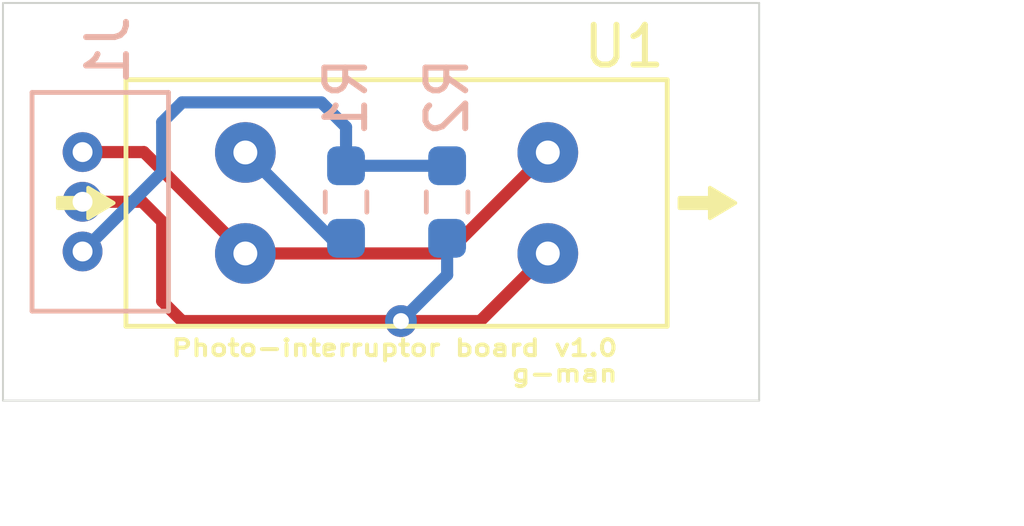
<source format=kicad_pcb>
(kicad_pcb (version 20171130) (host pcbnew "(5.1.9)-1")

  (general
    (thickness 1.6)
    (drawings 7)
    (tracks 23)
    (zones 0)
    (modules 4)
    (nets 5)
  )

  (page A4)
  (layers
    (0 F.Cu signal)
    (31 B.Cu signal)
    (32 B.Adhes user)
    (33 F.Adhes user)
    (34 B.Paste user)
    (35 F.Paste user)
    (36 B.SilkS user)
    (37 F.SilkS user)
    (38 B.Mask user)
    (39 F.Mask user)
    (40 Dwgs.User user)
    (41 Cmts.User user)
    (42 Eco1.User user)
    (43 Eco2.User user)
    (44 Edge.Cuts user)
    (45 Margin user)
    (46 B.CrtYd user)
    (47 F.CrtYd user)
    (48 B.Fab user)
    (49 F.Fab user)
  )

  (setup
    (last_trace_width 0.3048)
    (user_trace_width 0.2032)
    (user_trace_width 0.254)
    (user_trace_width 0.3048)
    (trace_clearance 0.2)
    (zone_clearance 0.508)
    (zone_45_only no)
    (trace_min 0.2)
    (via_size 0.8)
    (via_drill 0.4)
    (via_min_size 0.4)
    (via_min_drill 0.3)
    (uvia_size 0.3)
    (uvia_drill 0.1)
    (uvias_allowed no)
    (uvia_min_size 0.2)
    (uvia_min_drill 0.1)
    (edge_width 0.05)
    (segment_width 0.2)
    (pcb_text_width 0.3)
    (pcb_text_size 1.5 1.5)
    (mod_edge_width 0.12)
    (mod_text_size 1 1)
    (mod_text_width 0.15)
    (pad_size 1.524 1.524)
    (pad_drill 0.762)
    (pad_to_mask_clearance 0)
    (aux_axis_origin 0 0)
    (grid_origin 127 120)
    (visible_elements FFFFFF7F)
    (pcbplotparams
      (layerselection 0x010fc_ffffffff)
      (usegerberextensions false)
      (usegerberattributes true)
      (usegerberadvancedattributes true)
      (creategerberjobfile true)
      (excludeedgelayer true)
      (linewidth 0.100000)
      (plotframeref false)
      (viasonmask false)
      (mode 1)
      (useauxorigin false)
      (hpglpennumber 1)
      (hpglpenspeed 20)
      (hpglpendiameter 15.000000)
      (psnegative false)
      (psa4output false)
      (plotreference true)
      (plotvalue true)
      (plotinvisibletext false)
      (padsonsilk false)
      (subtractmaskfromsilk false)
      (outputformat 1)
      (mirror false)
      (drillshape 1)
      (scaleselection 1)
      (outputdirectory ""))
  )

  (net 0 "")
  (net 1 "Net-(J1-Pad1)")
  (net 2 "Net-(J1-Pad2)")
  (net 3 "Net-(R1-Pad1)")
  (net 4 GND)

  (net_class Default "This is the default net class."
    (clearance 0.2)
    (trace_width 0.25)
    (via_dia 0.8)
    (via_drill 0.4)
    (uvia_dia 0.3)
    (uvia_drill 0.1)
    (add_net GND)
    (add_net "Net-(J1-Pad1)")
    (add_net "Net-(J1-Pad2)")
    (add_net "Net-(R1-Pad1)")
  )

  (module motor_driver:picoblade-conn-1.25mm-3pin (layer B.Cu) (tedit 605BD042) (tstamp 605C25D8)
    (at 129 115 270)
    (path /605D0BD4)
    (fp_text reference J1 (at -3.81 -0.635 90) (layer B.SilkS)
      (effects (font (size 1 1) (thickness 0.15)) (justify mirror))
    )
    (fp_text value Conn_01x03 (at 12.065 -1.27 90) (layer B.Fab) hide
      (effects (font (size 1 1) (thickness 0.15)) (justify mirror))
    )
    (fp_line (start 2.75 1.27) (end -2.75 1.27) (layer B.SilkS) (width 0.12))
    (fp_line (start -2.75 1.27) (end -2.75 -2.159) (layer B.SilkS) (width 0.12))
    (fp_line (start -2.75 -2.159) (end 2.75 -2.159) (layer B.SilkS) (width 0.12))
    (fp_line (start 2.75 1.27) (end 2.75 -2.159) (layer B.SilkS) (width 0.12))
    (pad 3 thru_hole circle (at 1.25 0 270) (size 1 1) (drill 0.5) (layers *.Cu *.Mask)
      (net 4 GND))
    (pad 2 thru_hole circle (at 0 0 270) (size 1 1) (drill 0.5) (layers *.Cu *.Mask)
      (net 2 "Net-(J1-Pad2)"))
    (pad 1 thru_hole circle (at -1.25 0 270) (size 1 1) (drill 0.5) (layers *.Cu *.Mask)
      (net 1 "Net-(J1-Pad1)"))
    (model ${ROBARM_LIB}/53047-0310_stp/530470310.stp
      (offset (xyz 0 -0.5 3))
      (scale (xyz 1 1 1))
      (rotate (xyz -90 0 0))
    )
  )

  (module Resistor_SMD:R_0603_1608Metric_Pad0.98x0.95mm_HandSolder (layer B.Cu) (tedit 5F68FEEE) (tstamp 605C2CF7)
    (at 135.62 115.0065 90)
    (descr "Resistor SMD 0603 (1608 Metric), square (rectangular) end terminal, IPC_7351 nominal with elongated pad for handsoldering. (Body size source: IPC-SM-782 page 72, https://www.pcb-3d.com/wordpress/wp-content/uploads/ipc-sm-782a_amendment_1_and_2.pdf), generated with kicad-footprint-generator")
    (tags "resistor handsolder")
    (path /605C600F)
    (attr smd)
    (fp_text reference R1 (at 2.6435 0 90) (layer B.SilkS)
      (effects (font (size 1 1) (thickness 0.15)) (justify mirror))
    )
    (fp_text value 10k (at 0 -1.43 90) (layer B.Fab) hide
      (effects (font (size 1 1) (thickness 0.15)) (justify mirror))
    )
    (fp_text user %R (at 0 0 90) (layer B.Fab) hide
      (effects (font (size 0.4 0.4) (thickness 0.06)) (justify mirror))
    )
    (fp_line (start -0.8 -0.4125) (end -0.8 0.4125) (layer B.Fab) (width 0.1))
    (fp_line (start -0.8 0.4125) (end 0.8 0.4125) (layer B.Fab) (width 0.1))
    (fp_line (start 0.8 0.4125) (end 0.8 -0.4125) (layer B.Fab) (width 0.1))
    (fp_line (start 0.8 -0.4125) (end -0.8 -0.4125) (layer B.Fab) (width 0.1))
    (fp_line (start -0.254724 0.5225) (end 0.254724 0.5225) (layer B.SilkS) (width 0.12))
    (fp_line (start -0.254724 -0.5225) (end 0.254724 -0.5225) (layer B.SilkS) (width 0.12))
    (fp_line (start -1.65 -0.73) (end -1.65 0.73) (layer B.CrtYd) (width 0.05))
    (fp_line (start -1.65 0.73) (end 1.65 0.73) (layer B.CrtYd) (width 0.05))
    (fp_line (start 1.65 0.73) (end 1.65 -0.73) (layer B.CrtYd) (width 0.05))
    (fp_line (start 1.65 -0.73) (end -1.65 -0.73) (layer B.CrtYd) (width 0.05))
    (pad 2 smd roundrect (at 0.9125 0 90) (size 0.975 0.95) (layers B.Cu B.Paste B.Mask) (roundrect_rratio 0.25)
      (net 4 GND))
    (pad 1 smd roundrect (at -0.9125 0 90) (size 0.975 0.95) (layers B.Cu B.Paste B.Mask) (roundrect_rratio 0.25)
      (net 3 "Net-(R1-Pad1)"))
    (model ${KISYS3DMOD}/Resistor_SMD.3dshapes/R_0603_1608Metric.wrl
      (at (xyz 0 0 0))
      (scale (xyz 1 1 1))
      (rotate (xyz 0 0 0))
    )
  )

  (module Resistor_SMD:R_0603_1608Metric_Pad0.98x0.95mm_HandSolder (layer B.Cu) (tedit 5F68FEEE) (tstamp 605C2470)
    (at 138.16 115.0065 90)
    (descr "Resistor SMD 0603 (1608 Metric), square (rectangular) end terminal, IPC_7351 nominal with elongated pad for handsoldering. (Body size source: IPC-SM-782 page 72, https://www.pcb-3d.com/wordpress/wp-content/uploads/ipc-sm-782a_amendment_1_and_2.pdf), generated with kicad-footprint-generator")
    (tags "resistor handsolder")
    (path /605C6F9E)
    (attr smd)
    (fp_text reference R2 (at 2.6435 0 90) (layer B.SilkS)
      (effects (font (size 1 1) (thickness 0.15)) (justify mirror))
    )
    (fp_text value 10k (at 0 -1.43 90) (layer B.Fab) hide
      (effects (font (size 1 1) (thickness 0.15)) (justify mirror))
    )
    (fp_text user %R (at 0 0 90) (layer B.Fab) hide
      (effects (font (size 0.4 0.4) (thickness 0.06)) (justify mirror))
    )
    (fp_line (start -0.8 -0.4125) (end -0.8 0.4125) (layer B.Fab) (width 0.1))
    (fp_line (start -0.8 0.4125) (end 0.8 0.4125) (layer B.Fab) (width 0.1))
    (fp_line (start 0.8 0.4125) (end 0.8 -0.4125) (layer B.Fab) (width 0.1))
    (fp_line (start 0.8 -0.4125) (end -0.8 -0.4125) (layer B.Fab) (width 0.1))
    (fp_line (start -0.254724 0.5225) (end 0.254724 0.5225) (layer B.SilkS) (width 0.12))
    (fp_line (start -0.254724 -0.5225) (end 0.254724 -0.5225) (layer B.SilkS) (width 0.12))
    (fp_line (start -1.65 -0.73) (end -1.65 0.73) (layer B.CrtYd) (width 0.05))
    (fp_line (start -1.65 0.73) (end 1.65 0.73) (layer B.CrtYd) (width 0.05))
    (fp_line (start 1.65 0.73) (end 1.65 -0.73) (layer B.CrtYd) (width 0.05))
    (fp_line (start 1.65 -0.73) (end -1.65 -0.73) (layer B.CrtYd) (width 0.05))
    (pad 2 smd roundrect (at 0.9125 0 90) (size 0.975 0.95) (layers B.Cu B.Paste B.Mask) (roundrect_rratio 0.25)
      (net 4 GND))
    (pad 1 smd roundrect (at -0.9125 0 90) (size 0.975 0.95) (layers B.Cu B.Paste B.Mask) (roundrect_rratio 0.25)
      (net 2 "Net-(J1-Pad2)"))
    (model ${KISYS3DMOD}/Resistor_SMD.3dshapes/R_0603_1608Metric.wrl
      (at (xyz 0 0 0))
      (scale (xyz 1 1 1))
      (rotate (xyz 0 0 0))
    )
  )

  (module motor_driver:EE-SX1071 (layer F.Cu) (tedit 605BD09B) (tstamp 605C2480)
    (at 136.89 115.03)
    (path /605C5089)
    (fp_text reference U1 (at 5.715 -3.937) (layer F.SilkS)
      (effects (font (size 1 1) (thickness 0.15)))
    )
    (fp_text value EE-SX1071 (at -2.667 -4.064) (layer F.Fab) hide
      (effects (font (size 1 1) (thickness 0.15)))
    )
    (fp_line (start -6.8 -3.1) (end -6.8 3.1) (layer F.SilkS) (width 0.12))
    (fp_line (start -6.8 3.1) (end 6.8 3.1) (layer F.SilkS) (width 0.12))
    (fp_line (start 6.8 3.1) (end 6.8 -3.1) (layer F.SilkS) (width 0.12))
    (fp_line (start 6.8 -3.1) (end -6.8 -3.1) (layer F.SilkS) (width 0.12))
    (fp_poly (pts (xy 7.874 0.127) (xy 7.112 0.127) (xy 7.112 -0.127) (xy 7.874 -0.127)) (layer F.SilkS) (width 0.1))
    (fp_poly (pts (xy 8.509 0) (xy 7.874 0.381) (xy 7.874 -0.381)) (layer F.SilkS) (width 0.1))
    (fp_poly (pts (xy -7.112 0) (xy -7.747 0.381) (xy -7.747 -0.381)) (layer F.SilkS) (width 0.1))
    (fp_poly (pts (xy -7.747 0.127) (xy -8.509 0.127) (xy -8.509 -0.127) (xy -7.747 -0.127)) (layer F.SilkS) (width 0.1))
    (pad 4 thru_hole circle (at 3.8 -1.27) (size 1.524 1.524) (drill 0.6) (layers *.Cu *.Mask)
      (net 1 "Net-(J1-Pad1)"))
    (pad 3 thru_hole circle (at 3.8 1.27) (size 1.524 1.524) (drill 0.6) (layers *.Cu *.Mask)
      (net 2 "Net-(J1-Pad2)"))
    (pad 2 thru_hole circle (at -3.8 1.27) (size 1.524 1.524) (drill 0.6) (layers *.Cu *.Mask)
      (net 1 "Net-(J1-Pad1)"))
    (pad 1 thru_hole circle (at -3.8 -1.27) (size 1.524 1.524) (drill 0.6) (layers *.Cu *.Mask)
      (net 3 "Net-(R1-Pad1)"))
    (model ${ROBARM_LIB}/ul_EESX1071/STEP/EE_SX1071.step
      (offset (xyz -3.76 -1.25 0))
      (scale (xyz 1 1 1))
      (rotate (xyz -90 0 0))
    )
  )

  (dimension 10 (width 0.15) (layer Dwgs.User)
    (gr_text "10.000 mm" (at 151.3 115 90) (layer Dwgs.User)
      (effects (font (size 1 1) (thickness 0.15)))
    )
    (feature1 (pts (xy 147 110) (xy 150.586421 110)))
    (feature2 (pts (xy 147 120) (xy 150.586421 120)))
    (crossbar (pts (xy 150 120) (xy 150 110)))
    (arrow1a (pts (xy 150 110) (xy 150.586421 111.126504)))
    (arrow1b (pts (xy 150 110) (xy 149.413579 111.126504)))
    (arrow2a (pts (xy 150 120) (xy 150.586421 118.873496)))
    (arrow2b (pts (xy 150 120) (xy 149.413579 118.873496)))
  )
  (dimension 19 (width 0.15) (layer Dwgs.User)
    (gr_text "19.000 mm" (at 136.5 123.8) (layer Dwgs.User)
      (effects (font (size 1 1) (thickness 0.15)))
    )
    (feature1 (pts (xy 146 121) (xy 146 123.086421)))
    (feature2 (pts (xy 127 121) (xy 127 123.086421)))
    (crossbar (pts (xy 127 122.5) (xy 146 122.5)))
    (arrow1a (pts (xy 146 122.5) (xy 144.873496 123.086421)))
    (arrow1b (pts (xy 146 122.5) (xy 144.873496 121.913579)))
    (arrow2a (pts (xy 127 122.5) (xy 128.126504 123.086421)))
    (arrow2b (pts (xy 127 122.5) (xy 128.126504 121.913579)))
  )
  (gr_line (start 127 110) (end 127 120) (layer Edge.Cuts) (width 0.05) (tstamp 605C3982))
  (gr_line (start 146 110) (end 127 110) (layer Edge.Cuts) (width 0.05))
  (gr_line (start 146 120) (end 146 110) (layer Edge.Cuts) (width 0.05))
  (gr_line (start 127 120) (end 146 120) (layer Edge.Cuts) (width 0.05))
  (gr_text "Photo-interruptor board v1.0\ng-man" (at 142.5 119) (layer F.SilkS)
    (effects (font (size 0.4 0.5) (thickness 0.1)) (justify right))
  )

  (segment (start 130.54 113.75) (end 133.09 116.3) (width 0.3048) (layer F.Cu) (net 1))
  (segment (start 129 113.75) (end 130.54 113.75) (width 0.3048) (layer F.Cu) (net 1))
  (segment (start 138.15 116.3) (end 140.69 113.76) (width 0.3048) (layer F.Cu) (net 1))
  (segment (start 133.09 116.3) (end 138.15 116.3) (width 0.3048) (layer F.Cu) (net 1))
  (via (at 137 118) (size 0.8) (drill 0.4) (layers F.Cu B.Cu) (net 2))
  (segment (start 129 115) (end 130.5 115) (width 0.3048) (layer F.Cu) (net 2))
  (segment (start 130.5 115) (end 131 115.5) (width 0.3048) (layer F.Cu) (net 2))
  (segment (start 131 115.5) (end 131 117.5) (width 0.3048) (layer F.Cu) (net 2))
  (segment (start 131 117.5) (end 131.5 118) (width 0.3048) (layer F.Cu) (net 2))
  (segment (start 131.5 118) (end 137 118) (width 0.3048) (layer F.Cu) (net 2))
  (segment (start 138.99 118) (end 140.69 116.3) (width 0.3048) (layer F.Cu) (net 2))
  (segment (start 137 118) (end 138.99 118) (width 0.3048) (layer F.Cu) (net 2))
  (segment (start 138.16 116.84) (end 137 118) (width 0.3048) (layer B.Cu) (net 2))
  (segment (start 138.16 115.919) (end 138.16 116.84) (width 0.3048) (layer B.Cu) (net 2))
  (segment (start 135.249 115.919) (end 135.62 115.919) (width 0.3048) (layer B.Cu) (net 3))
  (segment (start 133.09 113.76) (end 135.249 115.919) (width 0.3048) (layer B.Cu) (net 3))
  (segment (start 138.16 114.094) (end 135.62 114.094) (width 0.3048) (layer B.Cu) (net 4))
  (segment (start 135.62 113.12) (end 135.62 114.094) (width 0.3048) (layer B.Cu) (net 4))
  (segment (start 131 113) (end 131.5 112.5) (width 0.3048) (layer B.Cu) (net 4))
  (segment (start 131.5 112.5) (end 135 112.5) (width 0.3048) (layer B.Cu) (net 4))
  (segment (start 131 114.25) (end 131 113) (width 0.3048) (layer B.Cu) (net 4))
  (segment (start 135 112.5) (end 135.62 113.12) (width 0.3048) (layer B.Cu) (net 4))
  (segment (start 129 116.25) (end 131 114.25) (width 0.3048) (layer B.Cu) (net 4))

)

</source>
